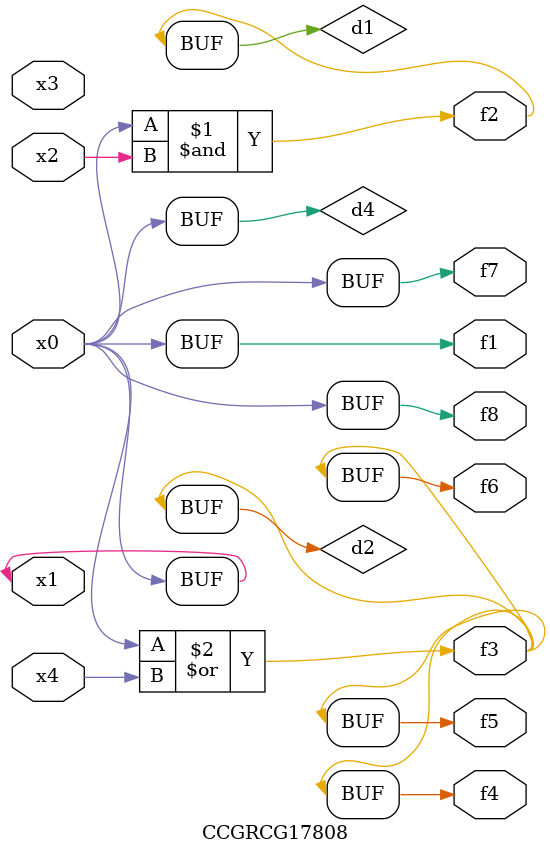
<source format=v>
module CCGRCG17808(
	input x0, x1, x2, x3, x4,
	output f1, f2, f3, f4, f5, f6, f7, f8
);

	wire d1, d2, d3, d4;

	and (d1, x0, x2);
	or (d2, x0, x4);
	nand (d3, x0, x2);
	buf (d4, x0, x1);
	assign f1 = d4;
	assign f2 = d1;
	assign f3 = d2;
	assign f4 = d2;
	assign f5 = d2;
	assign f6 = d2;
	assign f7 = d4;
	assign f8 = d4;
endmodule

</source>
